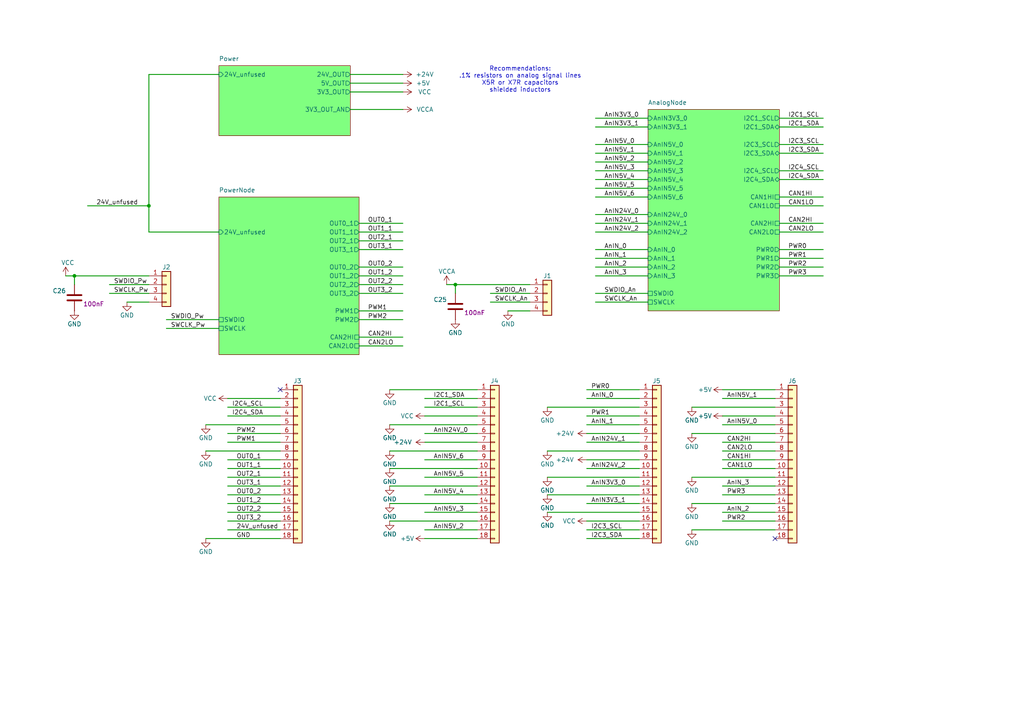
<source format=kicad_sch>
(kicad_sch (version 20231120) (generator "eeschema") (generator_version "8.0")
  (paper "A4")
  (title_block (title "Main"))
  (lib_symbols
    (symbol "Connector_Generic:Conn_01x04" (pin_names (offset 1.016) hide)
      (property "Reference" "J" (at 0 5.08 0))
      (property "Value" "Conn_01x04" (at 0 -7.62 0))
      (symbol "Conn_01x04_1_1"
        (rectangle (start -1.27 -4.953) (end 0 -5.207) (stroke (width 0.1524)))
        (rectangle (start -1.27 -2.413) (end 0 -2.667) (stroke (width 0.1524)))
        (rectangle (start -1.27 0.127) (end 0 -0.127) (stroke (width 0.1524)))
        (rectangle (start -1.27 2.667) (end 0 2.413) (stroke (width 0.1524)))
        (rectangle (start -1.27 3.81) (end 1.27 -6.35) (stroke (width 0.254)) (fill (type background)))
        (pin passive line (at -5.08 2.54 0) (length 3.81) (name "Pin_1") (number "1"))
        (pin passive line (at -5.08 0 0) (length 3.81) (name "Pin_2") (number "2"))
        (pin passive line (at -5.08 -2.54 0) (length 3.81) (name "Pin_3") (number "3"))
        (pin passive line (at -5.08 -5.08 0) (length 3.81) (name "Pin_4") (number "4"))
      )
    )
    (symbol "Connector_Generic:Conn_01x18" (pin_names (offset 1.016) hide)
      (property "Reference" "J" (at 0 22.86 0))
      (property "Value" "Conn_01x18" (at 0 -25.4 0))
      (symbol "Conn_01x18_1_1"
        (rectangle (start -1.27 -22.733) (end 0 -22.987) (stroke (width 0.1524)))
        (rectangle (start -1.27 -20.193) (end 0 -20.447) (stroke (width 0.1524)))
        (rectangle (start -1.27 -17.653) (end 0 -17.907) (stroke (width 0.1524)))
        (rectangle (start -1.27 -15.113) (end 0 -15.367) (stroke (width 0.1524)))
        (rectangle (start -1.27 -12.573) (end 0 -12.827) (stroke (width 0.1524)))
        (rectangle (start -1.27 -10.033) (end 0 -10.287) (stroke (width 0.1524)))
        (rectangle (start -1.27 -7.493) (end 0 -7.747) (stroke (width 0.1524)))
        (rectangle (start -1.27 -4.953) (end 0 -5.207) (stroke (width 0.1524)))
        (rectangle (start -1.27 -2.413) (end 0 -2.667) (stroke (width 0.1524)))
        (rectangle (start -1.27 0.127) (end 0 -0.127) (stroke (width 0.1524)))
        (rectangle (start -1.27 2.667) (end 0 2.413) (stroke (width 0.1524)))
        (rectangle (start -1.27 5.207) (end 0 4.953) (stroke (width 0.1524)))
        (rectangle (start -1.27 7.747) (end 0 7.493) (stroke (width 0.1524)))
        (rectangle (start -1.27 10.287) (end 0 10.033) (stroke (width 0.1524)))
        (rectangle (start -1.27 12.827) (end 0 12.573) (stroke (width 0.1524)))
        (rectangle (start -1.27 15.367) (end 0 15.113) (stroke (width 0.1524)))
        (rectangle (start -1.27 17.907) (end 0 17.653) (stroke (width 0.1524)))
        (rectangle (start -1.27 20.447) (end 0 20.193) (stroke (width 0.1524)))
        (rectangle (start -1.27 21.59) (end 1.27 -24.13) (stroke (width 0.254)) (fill (type background)))
        (pin passive line (at -5.08 20.32 0) (length 3.81) (name "Pin_1") (number "1"))
        (pin passive line (at -5.08 -2.54 0) (length 3.81) (name "Pin_10") (number "10"))
        (pin passive line (at -5.08 -5.08 0) (length 3.81) (name "Pin_11") (number "11"))
        (pin passive line (at -5.08 -7.62 0) (length 3.81) (name "Pin_12") (number "12"))
        (pin passive line (at -5.08 -10.16 0) (length 3.81) (name "Pin_13") (number "13"))
        (pin passive line (at -5.08 -12.7 0) (length 3.81) (name "Pin_14") (number "14"))
        (pin passive line (at -5.08 -15.24 0) (length 3.81) (name "Pin_15") (number "15"))
        (pin passive line (at -5.08 -17.78 0) (length 3.81) (name "Pin_16") (number "16"))
        (pin passive line (at -5.08 -20.32 0) (length 3.81) (name "Pin_17") (number "17"))
        (pin passive line (at -5.08 -22.86 0) (length 3.81) (name "Pin_18") (number "18"))
        (pin passive line (at -5.08 17.78 0) (length 3.81) (name "Pin_2") (number "2"))
        (pin passive line (at -5.08 15.24 0) (length 3.81) (name "Pin_3") (number "3"))
        (pin passive line (at -5.08 12.7 0) (length 3.81) (name "Pin_4") (number "4"))
        (pin passive line (at -5.08 10.16 0) (length 3.81) (name "Pin_5") (number "5"))
        (pin passive line (at -5.08 7.62 0) (length 3.81) (name "Pin_6") (number "6"))
        (pin passive line (at -5.08 5.08 0) (length 3.81) (name "Pin_7") (number "7"))
        (pin passive line (at -5.08 2.54 0) (length 3.81) (name "Pin_8") (number "8"))
        (pin passive line (at -5.08 0 0) (length 3.81) (name "Pin_9") (number "9"))
      )
    )
    (symbol "Device:C" (pin_numbers hide) (pin_names (offset 0.254))
      (property "Reference" "C" (at 0.635 2.54 0))
      (property "Value" "C" (at 0.635 -2.54 0))
      (symbol "C_0_1"
        (polyline (pts (xy -2.032 -0.762) (xy 2.032 -0.762)) (stroke (width 0.508)))
        (polyline (pts (xy -2.032 0.762) (xy 2.032 0.762)) (stroke (width 0.508)))
      )
      (symbol "C_1_1"
        (pin passive line (at 0 3.81 270) (length 2.794) (name "~") (number "1"))
        (pin passive line (at 0 -3.81 90) (length 2.794) (name "~") (number "2"))
      )
    )
    (symbol "VCC_1" (power) (pin_numbers hide) (pin_names (offset 0) hide)
      (property "Value" "VCC" (at 0 3.556 0))
      (symbol "VCC_1_0_1"
        (polyline (pts (xy -0.762 1.27) (xy 0 2.54)))
        (polyline (pts (xy 0 0) (xy 0 2.54)))
        (polyline (pts (xy 0 2.54) (xy 0.762 1.27)))
      )
      (symbol "VCC_1_1_1"
        (pin power_in line (at 0 0 90) (length 0) (name "~") (number "1"))
      )
    )
    (symbol "VCC_2" (power) (pin_numbers hide) (pin_names (offset 0) hide)
      (property "Value" "VCC" (at 0 3.556 0))
      (symbol "VCC_2_0_1"
        (polyline (pts (xy -0.762 1.27) (xy 0 2.54)))
        (polyline (pts (xy 0 0) (xy 0 2.54)))
        (polyline (pts (xy 0 2.54) (xy 0.762 1.27)))
      )
      (symbol "VCC_2_1_1"
        (pin power_in line (at 0 0 90) (length 0) (name "~") (number "1"))
      )
    )
    (symbol "VCC_3" (power) (pin_numbers hide) (pin_names (offset 0) hide)
      (property "Value" "VCC" (at 0 3.556 0))
      (symbol "VCC_3_0_1"
        (polyline (pts (xy -0.762 1.27) (xy 0 2.54)))
        (polyline (pts (xy 0 0) (xy 0 2.54)))
        (polyline (pts (xy 0 2.54) (xy 0.762 1.27)))
      )
      (symbol "VCC_3_1_1"
        (pin power_in line (at 0 0 90) (length 0) (name "~") (number "1"))
      )
    )
    (symbol "VCC_4" (power) (pin_numbers hide) (pin_names (offset 0) hide)
      (property "Value" "VCC" (at 0 3.556 0))
      (symbol "VCC_4_0_1"
        (polyline (pts (xy -0.762 1.27) (xy 0 2.54)))
        (polyline (pts (xy 0 0) (xy 0 2.54)))
        (polyline (pts (xy 0 2.54) (xy 0.762 1.27)))
      )
      (symbol "VCC_4_1_1"
        (pin power_in line (at 0 0 90) (length 0) (name "~") (number "1"))
      )
    )
    (symbol "VCC_5" (power) (pin_numbers hide) (pin_names (offset 0) hide)
      (property "Value" "VCC" (at 0 3.556 0))
      (symbol "VCC_5_0_1"
        (polyline (pts (xy -0.762 1.27) (xy 0 2.54)))
        (polyline (pts (xy 0 0) (xy 0 2.54)))
        (polyline (pts (xy 0 2.54) (xy 0.762 1.27)))
      )
      (symbol "VCC_5_1_1"
        (pin power_in line (at 0 0 90) (length 0) (name "~") (number "1"))
      )
    )
    (symbol "power:+24V" (power) (pin_numbers hide) (pin_names (offset 0) hide)
      (property "Value" "+24V" (at 0 3.556 0))
      (symbol "+24V_0_1"
        (polyline (pts (xy -0.762 1.27) (xy 0 2.54)))
        (polyline (pts (xy 0 0) (xy 0 2.54)))
        (polyline (pts (xy 0 2.54) (xy 0.762 1.27)))
      )
      (symbol "+24V_1_1"
        (pin power_in line (at 0 0 90) (length 0) (name "~") (number "1"))
      )
    )
    (symbol "power:+5V" (power) (pin_numbers hide) (pin_names (offset 0) hide)
      (property "Value" "+5V" (at 0 3.556 0))
      (symbol "+5V_0_1"
        (polyline (pts (xy -0.762 1.27) (xy 0 2.54)))
        (polyline (pts (xy 0 0) (xy 0 2.54)))
        (polyline (pts (xy 0 2.54) (xy 0.762 1.27)))
      )
      (symbol "+5V_1_1"
        (pin power_in line (at 0 0 90) (length 0) (name "~") (number "1"))
      )
    )
    (symbol "power:GND" (power) (pin_numbers hide) (pin_names (offset 0) hide)
      (property "Value" "GND" (at 0 -3.81 0))
      (symbol "GND_0_1"
        (polyline (pts (xy 0 0) (xy 0 -1.27) (xy 1.27 -1.27) (xy 0 -2.54) (xy -1.27 -1.27) (xy 0 -1.27)))
      )
      (symbol "GND_1_1"
        (pin power_in line (at 0 0 270) (length 0) (name "~") (number "1"))
      )
    )
    (symbol "power:VCC" (power) (pin_numbers hide) (pin_names (offset 0) hide)
      (property "Value" "VCC" (at 0 3.556 0))
      (symbol "VCC_0_1"
        (polyline (pts (xy -0.762 1.27) (xy 0 2.54)))
        (polyline (pts (xy 0 0) (xy 0 2.54)))
        (polyline (pts (xy 0 2.54) (xy 0.762 1.27)))
      )
      (symbol "VCC_1_1"
        (pin power_in line (at 0 0 90) (length 0) (name "~") (number "1"))
      )
    )
  )
  (junction (at 21.59 80.01))
  (junction (at 43.18 59.69))
  (junction (at 132.08 82.55))
  (no_connect (at 81.28 113.03))
  (no_connect (at 224.79 156.21))
  (wire (pts (xy 116.84 64.77) (xy 104.14 64.77)) (stroke (width 0.254)))
  (wire (pts (xy 21.59 80.01) (xy 43.18 80.01)) (stroke (width 0.254)))
  (wire (pts (xy 185.42 133.35) (xy 170.18 133.35)) (stroke (width 0.254)))
  (wire (pts (xy 170.18 151.13) (xy 185.42 151.13)) (stroke (width 0.254)))
  (wire (pts (xy 187.96 72.39) (xy 172.72 72.39)) (stroke (width 0.254)))
  (wire (pts (xy 66.04 143.51) (xy 81.28 143.51)) (stroke (width 0.254)))
  (wire (pts (xy 104.14 97.79) (xy 116.84 97.79)) (stroke (width 0.254)))
  (wire (pts (xy 116.84 72.39) (xy 104.14 72.39)) (stroke (width 0.254)))
  (wire (pts (xy 209.55 140.97) (xy 224.79 140.97)) (stroke (width 0.254)))
  (wire (pts (xy 200.66 125.73) (xy 224.79 125.73)) (stroke (width 0.254)))
  (wire (pts (xy 59.69 123.19) (xy 81.28 123.19)) (stroke (width 0.254)))
  (wire (pts (xy 187.96 80.01) (xy 172.72 80.01)) (stroke (width 0.254)))
  (wire (pts (xy 185.42 146.05) (xy 170.18 146.05)) (stroke (width 0.254)))
  (wire (pts (xy 187.96 36.83) (xy 172.72 36.83)) (stroke (width 0.254)))
  (wire (pts (xy 116.84 69.85) (xy 104.14 69.85)) (stroke (width 0.254)))
  (wire (pts (xy 187.96 64.77) (xy 172.72 64.77)) (stroke (width 0.254)))
  (wire (pts (xy 226.06 36.83) (xy 238.76 36.83)) (stroke (width 0.254)))
  (wire (pts (xy 19.05 80.01) (xy 21.59 80.01)) (stroke (width 0.254)))
  (wire (pts (xy 63.5 67.31) (xy 43.18 67.31)) (stroke (width 0.254)))
  (wire (pts (xy 116.84 80.01) (xy 104.14 80.01)) (stroke (width 0.254)))
  (wire (pts (xy 66.04 151.13) (xy 81.28 151.13)) (stroke (width 0.254)))
  (wire (pts (xy 224.79 135.89) (xy 209.55 135.89)) (stroke (width 0.254)))
  (wire (pts (xy 142.24 85.09) (xy 153.67 85.09)) (stroke (width 0.254)))
  (wire (pts (xy 238.76 80.01) (xy 226.06 80.01)) (stroke (width 0.254)))
  (wire (pts (xy 81.28 118.11) (xy 66.04 118.11)) (stroke (width 0.254)))
  (wire (pts (xy 66.04 115.57) (xy 81.28 115.57)) (stroke (width 0.254)))
  (wire (pts (xy 116.84 67.31) (xy 104.14 67.31)) (stroke (width 0.254)))
  (wire (pts (xy 226.06 64.77) (xy 238.76 64.77)) (stroke (width 0.254)))
  (wire (pts (xy 226.06 59.69) (xy 238.76 59.69)) (stroke (width 0.254)))
  (wire (pts (xy 238.76 72.39) (xy 226.06 72.39)) (stroke (width 0.254)))
  (wire (pts (xy 31.75 85.09) (xy 43.18 85.09)) (stroke (width 0.254)))
  (wire (pts (xy 226.06 34.29) (xy 238.76 34.29)) (stroke (width 0.254)))
  (wire (pts (xy 185.42 115.57) (xy 170.18 115.57)) (stroke (width 0.254)))
  (wire (pts (xy 238.76 77.47) (xy 226.06 77.47)) (stroke (width 0.254)))
  (wire (pts (xy 123.19 153.67) (xy 138.43 153.67)) (stroke (width 0.254)))
  (wire (pts (xy 185.42 113.03) (xy 170.18 113.03)) (stroke (width 0.254)))
  (wire (pts (xy 187.96 52.07) (xy 172.72 52.07)) (stroke (width 0.254)))
  (wire (pts (xy 123.19 115.57) (xy 138.43 115.57)) (stroke (width 0.254)))
  (wire (pts (xy 104.14 100.33) (xy 116.84 100.33)) (stroke (width 0.254)))
  (wire (pts (xy 132.08 85.09) (xy 132.08 82.55)) (stroke (width 0.254)))
  (wire (pts (xy 209.55 151.13) (xy 224.79 151.13)) (stroke (width 0.254)))
  (wire (pts (xy 101.6 26.67) (xy 116.84 26.67)) (stroke (width 0.254)))
  (wire (pts (xy 187.96 34.29) (xy 172.72 34.29)) (stroke (width 0.254)))
  (wire (pts (xy 185.42 153.67) (xy 170.18 153.67)) (stroke (width 0.254)))
  (wire (pts (xy 113.03 135.89) (xy 138.43 135.89)) (stroke (width 0.254)))
  (wire (pts (xy 185.42 120.65) (xy 170.18 120.65)) (stroke (width 0.254)))
  (wire (pts (xy 226.06 67.31) (xy 238.76 67.31)) (stroke (width 0.254)))
  (wire (pts (xy 43.18 59.69) (xy 25.4 59.69)) (stroke (width 0.254)))
  (wire (pts (xy 185.42 156.21) (xy 170.18 156.21)) (stroke (width 0.254)))
  (wire (pts (xy 101.6 24.13) (xy 116.84 24.13)) (stroke (width 0.254)))
  (wire (pts (xy 187.96 49.53) (xy 172.72 49.53)) (stroke (width 0.254)))
  (wire (pts (xy 200.66 146.05) (xy 224.79 146.05)) (stroke (width 0.254)))
  (wire (pts (xy 224.79 115.57) (xy 209.55 115.57)) (stroke (width 0.254)))
  (wire (pts (xy 101.6 21.59) (xy 116.84 21.59)) (stroke (width 0.254)))
  (wire (pts (xy 209.55 133.35) (xy 224.79 133.35)) (stroke (width 0.254)))
  (wire (pts (xy 43.18 87.63) (xy 36.83 87.63)) (stroke (width 0.254)))
  (wire (pts (xy 138.43 133.35) (xy 123.19 133.35)) (stroke (width 0.254)))
  (wire (pts (xy 66.04 128.27) (xy 81.28 128.27)) (stroke (width 0.254)))
  (wire (pts (xy 123.19 125.73) (xy 138.43 125.73)) (stroke (width 0.254)))
  (wire (pts (xy 66.04 148.59) (xy 81.28 148.59)) (stroke (width 0.254)))
  (wire (pts (xy 48.26 95.25) (xy 63.5 95.25)) (stroke (width 0.254)))
  (wire (pts (xy 116.84 85.09) (xy 104.14 85.09)) (stroke (width 0.254)))
  (wire (pts (xy 123.19 156.21) (xy 138.43 156.21)) (stroke (width 0.254)))
  (wire (pts (xy 200.66 153.67) (xy 224.79 153.67)) (stroke (width 0.254)))
  (wire (pts (xy 59.69 130.81) (xy 81.28 130.81)) (stroke (width 0.254)))
  (wire (pts (xy 48.26 92.71) (xy 63.5 92.71)) (stroke (width 0.254)))
  (wire (pts (xy 116.84 77.47) (xy 104.14 77.47)) (stroke (width 0.254)))
  (wire (pts (xy 187.96 77.47) (xy 172.72 77.47)) (stroke (width 0.254)))
  (wire (pts (xy 123.19 120.65) (xy 138.43 120.65)) (stroke (width 0.254)))
  (wire (pts (xy 63.5 21.59) (xy 43.18 21.59)) (stroke (width 0.254)))
  (wire (pts (xy 158.75 130.81) (xy 185.42 130.81)) (stroke (width 0.254)))
  (wire (pts (xy 113.03 146.05) (xy 138.43 146.05)) (stroke (width 0.254)))
  (wire (pts (xy 172.72 44.45) (xy 187.96 44.45)) (stroke (width 0.254)))
  (wire (pts (xy 226.06 52.07) (xy 238.76 52.07)) (stroke (width 0.254)))
  (wire (pts (xy 81.28 125.73) (xy 66.04 125.73)) (stroke (width 0.254)))
  (wire (pts (xy 66.04 120.65) (xy 81.28 120.65)) (stroke (width 0.254)))
  (wire (pts (xy 59.69 156.21) (xy 81.28 156.21)) (stroke (width 0.254)))
  (wire (pts (xy 158.75 148.59) (xy 185.42 148.59)) (stroke (width 0.254)))
  (wire (pts (xy 142.24 87.63) (xy 153.67 87.63)) (stroke (width 0.254)))
  (wire (pts (xy 172.72 85.09) (xy 187.96 85.09)) (stroke (width 0.254)))
  (wire (pts (xy 200.66 118.11) (xy 224.79 118.11)) (stroke (width 0.254)))
  (wire (pts (xy 185.42 125.73) (xy 170.18 125.73)) (stroke (width 0.254)))
  (wire (pts (xy 158.75 143.51) (xy 185.42 143.51)) (stroke (width 0.254)))
  (wire (pts (xy 187.96 62.23) (xy 172.72 62.23)) (stroke (width 0.254)))
  (wire (pts (xy 116.84 92.71) (xy 104.14 92.71)) (stroke (width 0.254)))
  (wire (pts (xy 187.96 46.99) (xy 172.72 46.99)) (stroke (width 0.254)))
  (wire (pts (xy 66.04 135.89) (xy 81.28 135.89)) (stroke (width 0.254)))
  (wire (pts (xy 66.04 133.35) (xy 81.28 133.35)) (stroke (width 0.254)))
  (wire (pts (xy 66.04 138.43) (xy 81.28 138.43)) (stroke (width 0.254)))
  (wire (pts (xy 153.67 90.17) (xy 147.32 90.17)) (stroke (width 0.254)))
  (wire (pts (xy 187.96 74.93) (xy 172.72 74.93)) (stroke (width 0.254)))
  (wire (pts (xy 116.84 90.17) (xy 104.14 90.17)) (stroke (width 0.254)))
  (wire (pts (xy 123.19 148.59) (xy 138.43 148.59)) (stroke (width 0.254)))
  (wire (pts (xy 224.79 113.03) (xy 209.55 113.03)) (stroke (width 0.254)))
  (wire (pts (xy 187.96 67.31) (xy 172.72 67.31)) (stroke (width 0.254)))
  (wire (pts (xy 170.18 123.19) (xy 185.42 123.19)) (stroke (width 0.254)))
  (wire (pts (xy 209.55 143.51) (xy 224.79 143.51)) (stroke (width 0.254)))
  (wire (pts (xy 238.76 74.93) (xy 226.06 74.93)) (stroke (width 0.254)))
  (wire (pts (xy 209.55 130.81) (xy 224.79 130.81)) (stroke (width 0.254)))
  (wire (pts (xy 209.55 123.19) (xy 224.79 123.19)) (stroke (width 0.254)))
  (wire (pts (xy 129.54 82.55) (xy 132.08 82.55)) (stroke (width 0.254)))
  (wire (pts (xy 187.96 41.91) (xy 172.72 41.91)) (stroke (width 0.254)))
  (wire (pts (xy 113.03 123.19) (xy 138.43 123.19)) (stroke (width 0.254)))
  (wire (pts (xy 66.04 153.67) (xy 81.28 153.67)) (stroke (width 0.254)))
  (wire (pts (xy 123.19 118.11) (xy 138.43 118.11)) (stroke (width 0.254)))
  (wire (pts (xy 200.66 138.43) (xy 224.79 138.43)) (stroke (width 0.254)))
  (wire (pts (xy 66.04 146.05) (xy 81.28 146.05)) (stroke (width 0.254)))
  (wire (pts (xy 116.84 82.55) (xy 104.14 82.55)) (stroke (width 0.254)))
  (wire (pts (xy 158.75 138.43) (xy 185.42 138.43)) (stroke (width 0.254)))
  (wire (pts (xy 170.18 140.97) (xy 185.42 140.97)) (stroke (width 0.254)))
  (wire (pts (xy 113.03 130.81) (xy 138.43 130.81)) (stroke (width 0.254)))
  (wire (pts (xy 113.03 113.03) (xy 138.43 113.03)) (stroke (width 0.254)))
  (wire (pts (xy 158.75 118.11) (xy 185.42 118.11)) (stroke (width 0.254)))
  (wire (pts (xy 187.96 54.61) (xy 172.72 54.61)) (stroke (width 0.254)))
  (wire (pts (xy 132.08 82.55) (xy 153.67 82.55)) (stroke (width 0.254)))
  (wire (pts (xy 226.06 57.15) (xy 238.76 57.15)) (stroke (width 0.254)))
  (wire (pts (xy 21.59 82.55) (xy 21.59 80.01)) (stroke (width 0.254)))
  (wire (pts (xy 113.03 151.13) (xy 138.43 151.13)) (stroke (width 0.254)))
  (wire (pts (xy 185.42 128.27) (xy 170.18 128.27)) (stroke (width 0.254)))
  (wire (pts (xy 172.72 87.63) (xy 187.96 87.63)) (stroke (width 0.254)))
  (wire (pts (xy 209.55 128.27) (xy 224.79 128.27)) (stroke (width 0.254)))
  (wire (pts (xy 226.06 41.91) (xy 238.76 41.91)) (stroke (width 0.254)))
  (wire (pts (xy 185.42 135.89) (xy 170.18 135.89)) (stroke (width 0.254)))
  (wire (pts (xy 226.06 44.45) (xy 238.76 44.45)) (stroke (width 0.254)))
  (wire (pts (xy 209.55 148.59) (xy 224.79 148.59)) (stroke (width 0.254)))
  (wire (pts (xy 187.96 57.15) (xy 172.72 57.15)) (stroke (width 0.254)))
  (wire (pts (xy 66.04 140.97) (xy 81.28 140.97)) (stroke (width 0.254)))
  (wire (pts (xy 113.03 140.97) (xy 138.43 140.97)) (stroke (width 0.254)))
  (wire (pts (xy 123.19 138.43) (xy 138.43 138.43)) (stroke (width 0.254)))
  (wire (pts (xy 226.06 49.53) (xy 238.76 49.53)) (stroke (width 0.254)))
  (wire (pts (xy 123.19 128.27) (xy 138.43 128.27)) (stroke (width 0.254)))
  (wire (pts (xy 101.6 31.75) (xy 116.84 31.75)) (stroke (width 0.254)))
  (wire (pts (xy 209.55 120.65) (xy 224.79 120.65)) (stroke (width 0.254)))
  (wire (pts (xy 43.18 67.31) (xy 43.18 59.69)) (stroke (width 0.254)))
  (wire (pts (xy 31.75 82.55) (xy 43.18 82.55)) (stroke (width 0.254)))
  (wire (pts (xy 43.18 21.59) (xy 43.18 59.69)) (stroke (width 0.254)))
  (wire (pts (xy 123.19 143.51) (xy 138.43 143.51)) (stroke (width 0.254)))
  (text "Recommendations:\n.1% resistors on analog signal lines\nX5R or X7R capacitors\nshielded inductors" (at 150.876 23.114 0) (effects (font (size 1.27 1.27))))
  (text "${REVISION}" (at 283.21 189.23 0) (effects (font (size 1.27 1.27)) (justify left bottom)))
  (label "AnIN24V_0" (at 125.73 125.73 0))
  (label "AnIN5V_1" (at 175.26 44.45 0))
  (label "OUT3_2" (at 106.68 85.09 0))
  (label "AnIN_2" (at 175.26 77.47 0))
  (label "OUT0_1" (at 68.58 133.35 0))
  (label "AnIN5V_0" (at 175.26 41.91 0))
  (label "AnIN24V_0" (at 175.26 62.23 0))
  (label "CAN1HI" (at 228.6 57.15 0))
  (label "AnIN24V_1" (at 171.45 128.27 0))
  (label "AnIN5V_2" (at 125.73 153.67 0))
  (label "I2C3_SDA" (at 228.6 44.45 0))
  (label "OUT1_2" (at 106.68 80.01 0))
  (label "AnIN5V_5" (at 125.73 138.43 0))
  (label "SWDIO_Pw" (at 33.02 82.55 0))
  (label "CAN2HI" (at 106.68 97.79 0))
  (label "I2C4_SCL" (at 228.6 49.53 0))
  (label "AnIN5V_1" (at 210.82 115.57 0))
  (label "PWM1" (at 106.68 90.17 0))
  (label "I2C1_SCL" (at 125.73 118.11 0))
  (label "CAN2LO" (at 210.82 130.81 0))
  (label "AnIN_3" (at 175.26 80.01 0))
  (label "I2C1_SDA" (at 228.6 36.83 0))
  (label "CAN1HI" (at 210.82 133.35 0))
  (label "AnIN3V3_0" (at 171.45 140.97 0))
  (label "AnIN5V_4" (at 125.73 143.51 0))
  (label "AnIN3V3_1" (at 171.45 146.05 0))
  (label "I2C3_SCL" (at 171.45 153.67 0))
  (label "CAN1LO" (at 228.6 59.69 0))
  (label "OUT2_1" (at 68.58 138.43 0))
  (label "SWDIO_An" (at 175.26 85.09 0))
  (label "OUT1_1" (at 68.58 135.89 0))
  (label "I2C3_SDA" (at 171.45 156.21 0))
  (label "AnIN_0" (at 171.45 115.57 0))
  (label "I2C3_SCL" (at 228.6 41.91 0))
  (label "PWR3" (at 210.82 143.51 0))
  (label "PWR0" (at 228.6 72.39 0))
  (label "SWDIO_An" (at 143.51 85.09 0))
  (label "CAN2LO" (at 228.6 67.31 0))
  (label "SWDIO_Pw" (at 49.53 92.71 0))
  (label "PWR3" (at 228.6 80.01 0))
  (label "AnIN5V_0" (at 210.82 123.19 0))
  (label "SWCLK_An" (at 143.51 87.63 0))
  (label "AnIN3V3_1" (at 175.26 36.83 0))
  (label "PWR1" (at 171.45 120.65 0))
  (label "I2C4_SDA" (at 228.6 52.07 0))
  (label "PWM2" (at 106.68 92.71 0))
  (label "CAN2HI" (at 210.82 128.27 0))
  (label "AnIN_1" (at 175.26 74.93 0))
  (label "SWCLK_An" (at 175.26 87.63 0))
  (label "AnIN5V_3" (at 175.26 49.53 0))
  (label "CAN2HI" (at 228.6 64.77 0))
  (label "PWR2" (at 210.82 151.13 0))
  (label "SWCLK_Pw" (at 49.53 95.25 0))
  (label "AnIN_2" (at 210.82 148.59 0))
  (label "OUT2_1" (at 106.68 69.85 0))
  (label "OUT3_1" (at 106.68 72.39 0))
  (label "OUT3_2" (at 68.58 151.13 0))
  (label "24V_unfused" (at 68.58 153.67 0))
  (label "24V_unfused" (at 27.94 59.69 0))
  (label "AnIN24V_2" (at 171.45 135.89 0))
  (label "AnIN3V3_0" (at 175.26 34.29 0))
  (label "I2C4_SDA" (at 67.31 120.65 0))
  (label "PWR2" (at 228.6 77.47 0))
  (label "OUT0_2" (at 68.58 143.51 0))
  (label "AnIN5V_3" (at 125.73 148.59 0))
  (label "AnIN24V_1" (at 175.26 64.77 0))
  (label "PWR1" (at 228.6 74.93 0))
  (label "AnIN5V_6" (at 125.73 133.35 0))
  (label "AnIN5V_5" (at 175.26 54.61 0))
  (label "SWCLK_Pw" (at 33.02 85.09 0))
  (label "CAN1LO" (at 210.82 135.89 0))
  (label "PWM1" (at 68.58 128.27 0))
  (label "OUT2_2" (at 106.68 82.55 0))
  (label "CAN2LO" (at 106.68 100.33 0))
  (label "GND" (at 68.58 156.21 0))
  (label "OUT1_1" (at 106.68 67.31 0))
  (label "OUT1_2" (at 68.58 146.05 0))
  (label "I2C1_SCL" (at 228.6 34.29 0))
  (label "I2C4_SCL" (at 67.31 118.11 0))
  (label "PWR0" (at 171.45 113.03 0))
  (label "AnIN5V_4" (at 175.26 52.07 0))
  (label "PWM2" (at 68.58 125.73 0))
  (label "OUT2_2" (at 68.58 148.59 0))
  (label "I2C1_SDA" (at 125.73 115.57 0))
  (label "OUT3_1" (at 68.58 140.97 0))
  (label "AnIN_3" (at 210.82 140.97 0))
  (label "AnIN5V_6" (at 175.26 57.15 0))
  (label "OUT0_1" (at 106.68 64.77 0))
  (label "AnIN5V_2" (at 175.26 46.99 0))
  (label "AnIN_1" (at 171.45 123.19 0))
  (label "OUT0_2" (at 106.68 77.47 0))
  (label "AnIN_0" (at 175.26 72.39 0))
  (label "AnIN24V_2" (at 175.26 67.31 0))
  (symbol (lib_id "Device:C") (at 132.08 88.9 0) (unit 1)
    (property "Reference" "C25" (at 125.73 87.63 0) (effects (justify left bottom)))
    (property "Value" "100nF" (effects (hide yes)))
    (property "Footprint" "Capacitor_SMD:C_0805_2012Metric_Pad1.18x1.45mm_HandSolder" (effects (hide yes)))
    (property "Description" "08055C104KAT4A" (effects (hide yes)))
    (property "HEIGHT" "0.94mm" (effects (hide yes)))
    (property "ALTIUM_VALUE" "100nF" (at 134.62 91.44 0) (effects (justify left bottom)))
    (property "CAPACITOR TYPE" "Ceramic" (effects (hide yes)))
    (property "CASE/PACKAGE" "0805" (effects (hide yes)))
    (property "DIELECTRIC MATERIAL" "Ceramic" (effects (hide yes)))
    (property "JESD-609 CODE" "e3" (effects (hide yes)))
    (property "LENGTH" "2.01mm" (effects (hide yes)))
    (property "MAX OPERATING TEMPERATURE" "125°C" (effects (hide yes)))
    (property "MIN OPERATING TEMPERATURE" "-55°C" (effects (hide yes)))
    (property "MOUNTING TECHNOLOGY" "Surface Mount" (effects (hide yes)))
    (property "MULTILAYER" "Yes" (effects (hide yes)))
    (property "PACKAGE SHAPE" "Rectangular" (effects (hide yes)))
    (property "PACKAGE STYLE" "SMTMeter" (effects (hide yes)))
    (property "PACKAGING" "Tape and Reel" (effects (hide yes)))
    (property "PINS" "2" (effects (hide yes)))
    (property "RATED DC VOLTAGE (URDC)" "50V" (effects (hide yes)))
    (property "REACH SVHC COMPLIANT" "Yes" (effects (hide yes)))
    (property "ROHS COMPLIANT" "Yes" (effects (hide yes)))
    (property "TEMPERATURE CHARACTERISTICS CODE" "X7R" (effects (hide yes)))
    (property "TERMINAL FINISH" "Nickel" (effects (hide yes)))
    (property "TERMINATION" "Wraparound" (effects (hide yes)))
    (property "TOLERANCE  (FILL IN AS +-)" "10%" (effects (hide yes)))
    (property "TOLERANCE (FILL IN AS +-)" "10%" (effects (hide yes)))
    (property "WIDTH" "1.25mm" (effects (hide yes)))
  )
  (symbol (lib_id "power:VCC") (at 116.84 31.75 270) (unit 1)
    (property "Reference" "#PWR0159" (effects (hide yes)))
    (property "Value" "VCCA" (at 125.73 31.75 90) (effects (justify right)))
    (property "Description" "Power symbol creates a global label with name \"VCC\"" (effects (hide yes)))
  )
  (symbol (lib_id "power:+5V") (at 209.55 113.03 90) (unit 1)
    (property "Reference" "#PWR06" (effects (hide yes)))
    (property "Value" "+5V" (at 204.47 113.03 90))
    (property "Description" "Power symbol creates a global label with name \"+5V\"" (effects (hide yes)))
  )
  (symbol (lib_id "power:GND") (at 113.03 151.13 0) (mirror y) (unit 1)
    (property "Reference" "#PWR0108" (effects (hide yes)))
    (property "Value" "GND" (at 113.03 154.94 0))
    (property "Description" "Power symbol creates a global label with name \"GND\" , ground" (effects (hide yes)))
  )
  (symbol (lib_id "power:GND") (at 21.59 90.17 0) (unit 1)
    (property "Reference" "#PWR08" (effects (hide yes)))
    (property "Value" "GND" (at 21.59 93.98 0))
    (property "Description" "Power symbol creates a global label with name \"GND\" , ground" (effects (hide yes)))
  )
  (symbol (lib_id "power:GND") (at 200.66 125.73 0) (unit 1)
    (property "Reference" "#PWR018" (effects (hide yes)))
    (property "Value" "GND" (at 200.66 129.54 0))
    (property "Description" "Power symbol creates a global label with name \"GND\" , ground" (effects (hide yes)))
  )
  (symbol (lib_name "VCC_5") (lib_id "power:VCC") (at 19.05 80.01 0) (unit 1)
    (property "Reference" "#PWR05" (effects (hide yes)))
    (property "Value" "VCC" (at 21.59 76.2 0) (effects (justify right)))
    (property "Description" "Power symbol creates a global label with name \"VCC\"" (effects (hide yes)))
  )
  (symbol (lib_id "power:VCC") (at 129.54 82.55 0) (unit 1)
    (property "Reference" "#PWR03" (effects (hide yes)))
    (property "Value" "VCCA" (at 132.08 78.74 0) (effects (justify right)))
    (property "Description" "Power symbol creates a global label with name \"VCC\"" (effects (hide yes)))
  )
  (symbol (lib_id "power:+24V") (at 170.18 125.73 90) (unit 1)
    (property "Reference" "#PWR041" (effects (hide yes)))
    (property "Value" "+24V" (at 163.83 125.73 90))
    (property "Description" "Power symbol creates a global label with name \"+24V\"" (effects (hide yes)))
  )
  (symbol (lib_id "power:GND") (at 200.66 118.11 0) (unit 1)
    (property "Reference" "#PWR020" (effects (hide yes)))
    (property "Value" "GND" (at 200.66 121.92 0))
    (property "Description" "Power symbol creates a global label with name \"GND\" , ground" (effects (hide yes)))
  )
  (symbol (lib_id "power:GND") (at 158.75 148.59 0) (unit 1)
    (property "Reference" "#PWR030" (effects (hide yes)))
    (property "Value" "GND" (at 158.75 152.4 0))
    (property "Description" "Power symbol creates a global label with name \"GND\" , ground" (effects (hide yes)))
  )
  (symbol (lib_id "power:GND") (at 158.75 138.43 0) (unit 1)
    (property "Reference" "#PWR038" (effects (hide yes)))
    (property "Value" "GND" (at 158.75 142.24 0))
    (property "Description" "Power symbol creates a global label with name \"GND\" , ground" (effects (hide yes)))
  )
  (symbol (lib_id "power:GND") (at 200.66 138.43 0) (unit 1)
    (property "Reference" "#PWR021" (effects (hide yes)))
    (property "Value" "GND" (at 200.66 142.24 0))
    (property "Description" "Power symbol creates a global label with name \"GND\" , ground" (effects (hide yes)))
  )
  (symbol (lib_id "power:GND") (at 132.08 92.71 0) (unit 1)
    (property "Reference" "#PWR04" (effects (hide yes)))
    (property "Value" "GND" (at 132.08 96.52 0))
    (property "Description" "Power symbol creates a global label with name \"GND\" , ground" (effects (hide yes)))
  )
  (symbol (lib_id "power:GND") (at 158.75 130.81 0) (unit 1)
    (property "Reference" "#PWR040" (effects (hide yes)))
    (property "Value" "GND" (at 158.75 134.62 0))
    (property "Description" "Power symbol creates a global label with name \"GND\" , ground" (effects (hide yes)))
  )
  (symbol (lib_id "power:GND") (at 59.69 130.81 0) (unit 1)
    (property "Reference" "#PWR026" (effects (hide yes)))
    (property "Value" "GND" (at 59.69 134.62 0))
    (property "Description" "Power symbol creates a global label with name \"GND\" , ground" (effects (hide yes)))
  )
  (symbol (lib_id "Connector_Generic:Conn_01x04") (at 158.75 85.09 0) (unit 1)
    (property "Reference" "J1" (at 158.75 80.01 0))
    (property "Value" "Conn_01x04" (effects (hide yes)))
    (property "Footprint" "Connector_PinSocket_2.54mm:PinSocket_1x04_P2.54mm_Vertical" (effects (hide yes)))
  )
  (symbol (lib_id "Connector_Generic:Conn_01x04") (at 48.26 82.55 0) (unit 1)
    (property "Reference" "J2" (at 48.26 77.47 0))
    (property "Value" "Conn_01x04" (effects (hide yes)))
    (property "Footprint" "Connector_PinSocket_2.54mm:PinSocket_1x04_P2.54mm_Vertical" (effects (hide yes)))
  )
  (symbol (lib_id "Connector_Generic:Conn_01x18") (at 143.51 133.35 0) (unit 1)
    (property "Reference" "J4" (at 142.24 110.49 0) (effects (justify left)))
    (property "Value" "Conn_01x18" (effects (hide yes)))
    (property "Footprint" "Connector_PinHeader_2.54mm:PinHeader_1x18_P2.54mm_Vertical" (effects (hide yes)))
  )
  (symbol (lib_id "power:+5V") (at 116.84 24.13 270) (unit 1)
    (property "Reference" "#PWR046" (effects (hide yes)))
    (property "Value" "+5V" (at 120.65 24.13 90) (effects (justify left)))
    (property "Description" "Power symbol creates a global label with name \"+5V\"" (effects (hide yes)))
  )
  (symbol (lib_name "VCC_2") (lib_id "power:VCC") (at 116.84 26.67 270) (unit 1)
    (property "Reference" "#PWR0161" (effects (hide yes)))
    (property "Value" "VCC" (at 123.19 26.67 90))
    (property "Description" "Power symbol creates a global label with name \"VCC\"" (effects (hide yes)))
  )
  (symbol (lib_id "power:GND") (at 113.03 146.05 0) (mirror y) (unit 1)
    (property "Reference" "#PWR033" (effects (hide yes)))
    (property "Value" "GND" (at 113.03 149.86 0))
    (property "Description" "Power symbol creates a global label with name \"GND\" , ground" (effects (hide yes)))
  )
  (symbol (lib_id "power:GND") (at 113.03 113.03 0) (mirror y) (unit 1)
    (property "Reference" "#PWR025" (effects (hide yes)))
    (property "Value" "GND" (at 113.03 116.84 0))
    (property "Description" "Power symbol creates a global label with name \"GND\" , ground" (effects (hide yes)))
  )
  (symbol (lib_id "power:+5V") (at 123.19 156.21 90) (mirror x) (unit 1)
    (property "Reference" "#PWR01" (effects (hide yes)))
    (property "Value" "+5V" (at 118.11 156.21 90))
    (property "Description" "Power symbol creates a global label with name \"+5V\"" (effects (hide yes)))
  )
  (symbol (lib_name "VCC_1") (lib_id "power:VCC") (at 123.19 120.65 90) (mirror x) (unit 1)
    (property "Reference" "#PWR023" (effects (hide yes)))
    (property "Value" "VCC" (at 118.11 120.65 90))
    (property "Description" "Power symbol creates a global label with name \"VCC\"" (effects (hide yes)))
  )
  (symbol (lib_id "power:GND") (at 113.03 130.81 0) (mirror y) (unit 1)
    (property "Reference" "#PWR035" (effects (hide yes)))
    (property "Value" "GND" (at 113.03 134.62 0))
    (property "Description" "Power symbol creates a global label with name \"GND\" , ground" (effects (hide yes)))
  )
  (symbol (lib_id "power:GND") (at 59.69 123.19 0) (unit 1)
    (property "Reference" "#PWR024" (effects (hide yes)))
    (property "Value" "GND" (at 59.69 127 0))
    (property "Description" "Power symbol creates a global label with name \"GND\" , ground" (effects (hide yes)))
  )
  (symbol (lib_name "VCC_3") (lib_id "power:VCC") (at 170.18 151.13 90) (unit 1)
    (property "Reference" "#PWR027" (effects (hide yes)))
    (property "Value" "VCC" (at 165.1 151.13 90))
    (property "Description" "Power symbol creates a global label with name \"VCC\"" (effects (hide yes)))
  )
  (symbol (lib_id "power:GND") (at 200.66 146.05 0) (unit 1)
    (property "Reference" "#PWR028" (effects (hide yes)))
    (property "Value" "GND" (at 200.66 149.86 0))
    (property "Description" "Power symbol creates a global label with name \"GND\" , ground" (effects (hide yes)))
  )
  (symbol (lib_id "Device:C") (at 21.59 86.36 0) (unit 1)
    (property "Reference" "C26" (at 15.24 85.09 0) (effects (justify left bottom)))
    (property "Value" "100nF" (effects (hide yes)))
    (property "Footprint" "Capacitor_SMD:C_0805_2012Metric_Pad1.18x1.45mm_HandSolder" (effects (hide yes)))
    (property "Description" "08055C104KAT4A" (effects (hide yes)))
    (property "HEIGHT" "0.94mm" (effects (hide yes)))
    (property "ALTIUM_VALUE" "100nF" (at 24.13 88.9 0) (effects (justify left bottom)))
    (property "CAPACITOR TYPE" "Ceramic" (effects (hide yes)))
    (property "CASE/PACKAGE" "0805" (effects (hide yes)))
    (property "DIELECTRIC MATERIAL" "Ceramic" (effects (hide yes)))
    (property "JESD-609 CODE" "e3" (effects (hide yes)))
    (property "LENGTH" "2.01mm" (effects (hide yes)))
    (property "MAX OPERATING TEMPERATURE" "125°C" (effects (hide yes)))
    (property "MIN OPERATING TEMPERATURE" "-55°C" (effects (hide yes)))
    (property "MOUNTING TECHNOLOGY" "Surface Mount" (effects (hide yes)))
    (property "MULTILAYER" "Yes" (effects (hide yes)))
    (property "PACKAGE SHAPE" "Rectangular" (effects (hide yes)))
    (property "PACKAGE STYLE" "SMTMeter" (effects (hide yes)))
    (property "PACKAGING" "Tape and Reel" (effects (hide yes)))
    (property "PINS" "2" (effects (hide yes)))
    (property "RATED DC VOLTAGE (URDC)" "50V" (effects (hide yes)))
    (property "REACH SVHC COMPLIANT" "Yes" (effects (hide yes)))
    (property "ROHS COMPLIANT" "Yes" (effects (hide yes)))
    (property "TEMPERATURE CHARACTERISTICS CODE" "X7R" (effects (hide yes)))
    (property "TERMINAL FINISH" "Nickel" (effects (hide yes)))
    (property "TERMINATION" "Wraparound" (effects (hide yes)))
    (property "TOLERANCE  (FILL IN AS +-)" "10%" (effects (hide yes)))
    (property "TOLERANCE (FILL IN AS +-)" "10%" (effects (hide yes)))
    (property "WIDTH" "1.25mm" (effects (hide yes)))
  )
  (symbol (lib_id "Connector_Generic:Conn_01x18") (at 229.87 133.35 0) (unit 1)
    (property "Reference" "J6" (at 228.6 110.49 0) (effects (justify left)))
    (property "Value" "Conn_01x18" (effects (hide yes)))
    (property "Footprint" "Connector_PinHeader_2.54mm:PinHeader_1x18_P2.54mm_Vertical" (effects (hide yes)))
  )
  (symbol (lib_id "power:GND") (at 147.32 90.17 0) (unit 1)
    (property "Reference" "#PWR02" (effects (hide yes)))
    (property "Value" "GND" (at 147.32 93.98 0))
    (property "Description" "Power symbol creates a global label with name \"GND\" , ground" (effects (hide yes)))
  )
  (symbol (lib_id "power:+24V") (at 123.19 128.27 90) (mirror x) (unit 1)
    (property "Reference" "#PWR036" (effects (hide yes)))
    (property "Value" "+24V" (at 116.84 128.27 90))
    (property "Description" "Power symbol creates a global label with name \"+24V\"" (effects (hide yes)))
  )
  (symbol (lib_id "power:GND") (at 36.83 87.63 0) (unit 1)
    (property "Reference" "#PWR09" (effects (hide yes)))
    (property "Value" "GND" (at 36.83 91.44 0))
    (property "Description" "Power symbol creates a global label with name \"GND\" , ground" (effects (hide yes)))
  )
  (symbol (lib_id "power:GND") (at 113.03 135.89 0) (mirror y) (unit 1)
    (property "Reference" "#PWR022" (effects (hide yes)))
    (property "Value" "GND" (at 113.03 139.7 0))
    (property "Description" "Power symbol creates a global label with name \"GND\" , ground" (effects (hide yes)))
  )
  (symbol (lib_id "power:GND") (at 158.75 118.11 0) (unit 1)
    (property "Reference" "#PWR031" (effects (hide yes)))
    (property "Value" "GND" (at 158.75 121.92 0))
    (property "Description" "Power symbol creates a global label with name \"GND\" , ground" (effects (hide yes)))
  )
  (symbol (lib_id "power:GND") (at 113.03 140.97 0) (mirror y) (unit 1)
    (property "Reference" "#PWR034" (effects (hide yes)))
    (property "Value" "GND" (at 113.03 144.78 0))
    (property "Description" "Power symbol creates a global label with name \"GND\" , ground" (effects (hide yes)))
  )
  (symbol (lib_id "Connector_Generic:Conn_01x18") (at 190.5 133.35 0) (unit 1)
    (property "Reference" "J5" (at 189.23 110.49 0) (effects (justify left)))
    (property "Value" "Conn_01x18" (effects (hide yes)))
    (property "Footprint" "Connector_PinHeader_2.54mm:PinHeader_1x18_P2.54mm_Vertical" (effects (hide yes)))
  )
  (symbol (lib_id "power:GND") (at 158.75 143.51 0) (unit 1)
    (property "Reference" "#PWR029" (effects (hide yes)))
    (property "Value" "GND" (at 158.75 147.32 0))
    (property "Description" "Power symbol creates a global label with name \"GND\" , ground" (effects (hide yes)))
  )
  (symbol (lib_id "power:+5V") (at 209.55 120.65 90) (unit 1)
    (property "Reference" "#PWR07" (effects (hide yes)))
    (property "Value" "+5V" (at 204.47 120.65 90))
    (property "Description" "Power symbol creates a global label with name \"+5V\"" (effects (hide yes)))
  )
  (symbol (lib_id "power:GND") (at 59.69 156.21 0) (unit 1)
    (property "Reference" "#PWR017" (effects (hide yes)))
    (property "Value" "GND" (at 59.69 160.02 0))
    (property "Description" "Power symbol creates a global label with name \"GND\" , ground" (effects (hide yes)))
  )
  (symbol (lib_id "power:+24V") (at 170.18 133.35 90) (unit 1)
    (property "Reference" "#PWR039" (effects (hide yes)))
    (property "Value" "+24V" (at 163.83 133.35 90))
    (property "Description" "Power symbol creates a global label with name \"+24V\"" (effects (hide yes)))
  )
  (symbol (lib_id "Connector_Generic:Conn_01x18") (at 86.36 133.35 0) (unit 1)
    (property "Reference" "J3" (at 85.09 110.49 0) (effects (justify left)))
    (property "Value" "Conn_01x18" (effects (hide yes)))
    (property "Footprint" "Connector_PinHeader_2.54mm:PinHeader_1x18_P2.54mm_Vertical" (effects (hide yes)))
  )
  (symbol (lib_name "VCC_4") (lib_id "power:VCC") (at 66.04 115.57 90) (unit 1)
    (property "Reference" "#PWR019" (effects (hide yes)))
    (property "Value" "VCC" (at 60.96 115.57 90))
    (property "Description" "Power symbol creates a global label with name \"VCC\"" (effects (hide yes)))
  )
  (symbol (lib_id "power:GND") (at 200.66 153.67 0) (unit 1)
    (property "Reference" "#PWR032" (effects (hide yes)))
    (property "Value" "GND" (at 200.66 157.48 0))
    (property "Description" "Power symbol creates a global label with name \"GND\" , ground" (effects (hide yes)))
  )
  (symbol (lib_id "power:+24V") (at 116.84 21.59 270) (unit 1)
    (property "Reference" "#PWR0160" (effects (hide yes)))
    (property "Value" "+24V" (at 123.19 21.59 90))
    (property "Description" "Power symbol creates a global label with name \"+24V\"" (effects (hide yes)))
  )
  (symbol (lib_id "power:GND") (at 113.03 123.19 0) (mirror y) (unit 1)
    (property "Reference" "#PWR037" (effects (hide yes)))
    (property "Value" "GND" (at 113.03 127 0))
    (property "Description" "Power symbol creates a global label with name \"GND\" , ground" (effects (hide yes)))
  )
  (sheet (at 63.5 57.15) (size 40.64 45.72) (stroke (width 0) (color 128 0 0 1)) (fill (color 128 255 128 1.0000))
    (property "Sheetname" "PowerNode" (at 63.5 55.88 0) (effects (justify left bottom)))
    (property "Sheetfile" "PowerNode.kicad_sch" (effects (hide yes)))
    (pin "OUT0_1" output (at 104.14 64.77 0))
    (pin "OUT1_1" output (at 104.14 67.31 0))
    (pin "OUT2_1" output (at 104.14 69.85 0))
    (pin "OUT3_1" output (at 104.14 72.39 0))
    (pin "OUT0_2" output (at 104.14 77.47 0))
    (pin "OUT1_2" output (at 104.14 80.01 0))
    (pin "OUT2_2" output (at 104.14 82.55 0))
    (pin "OUT3_2" output (at 104.14 85.09 0))
    (pin "24V_unfused" input (at 63.5 67.31 180))
    (pin "CAN2HI" passive (at 104.14 97.79 0))
    (pin "CAN2LO" passive (at 104.14 100.33 0))
    (pin "SWDIO" passive (at 63.5 92.71 180))
    (pin "SWCLK" passive (at 63.5 95.25 180))
    (pin "PWM1" output (at 104.14 90.17 0))
    (pin "PWM2" output (at 104.14 92.71 0))
  )
  (sheet (at 187.96 31.75) (size 38.1 58.42) (stroke (width 0) (color 128 0 0 1)) (fill (color 128 255 128 1.0000))
    (property "Sheetname" "AnalogNode" (at 187.96 30.48 0) (effects (justify left bottom)))
    (property "Sheetfile" "AnalogNode.kicad_sch" (effects (hide yes)))
    (pin "CAN1LO" passive (at 226.06 59.69 0))
    (pin "CAN1HI" passive (at 226.06 57.15 0))
    (pin "AnIN24V_0" input (at 187.96 62.23 180))
    (pin "AnIN24V_1" input (at 187.96 64.77 180))
    (pin "AnIN24V_2" input (at 187.96 67.31 180))
    (pin "AnIN5V_0" input (at 187.96 41.91 180))
    (pin "AnIN5V_1" input (at 187.96 44.45 180))
    (pin "AnIN5V_3" input (at 187.96 49.53 180))
    (pin "AnIN5V_2" input (at 187.96 46.99 180))
    (pin "AnIN5V_4" input (at 187.96 52.07 180))
    (pin "I2C3_SDA" bidirectional (at 226.06 44.45 0))
    (pin "I2C3_SCL" output (at 226.06 41.91 0))
    (pin "I2C4_SDA" bidirectional (at 226.06 52.07 0))
    (pin "I2C4_SCL" output (at 226.06 49.53 0))
    (pin "AnIN3V3_0" input (at 187.96 34.29 180))
    (pin "AnIN3V3_1" input (at 187.96 36.83 180))
    (pin "I2C1_SDA" bidirectional (at 226.06 36.83 0))
    (pin "I2C1_SCL" output (at 226.06 34.29 0))
    (pin "CAN2HI" passive (at 226.06 64.77 0))
    (pin "CAN2LO" passive (at 226.06 67.31 0))
    (pin "SWDIO" passive (at 187.96 85.09 180))
    (pin "SWCLK" passive (at 187.96 87.63 180))
    (pin "AnIN5V_5" input (at 187.96 54.61 180))
    (pin "AnIN5V_6" input (at 187.96 57.15 180))
    (pin "AnIN_0" input (at 187.96 72.39 180))
    (pin "AnIN_1" input (at 187.96 74.93 180))
    (pin "AnIN_2" input (at 187.96 77.47 180))
    (pin "AnIN_3" input (at 187.96 80.01 180))
    (pin "PWR0" output (at 226.06 72.39 0))
    (pin "PWR1" output (at 226.06 74.93 0))
    (pin "PWR2" output (at 226.06 77.47 0))
    (pin "PWR3" output (at 226.06 80.01 0))
  )
  (sheet (at 63.5 19.05) (size 38.1 20.32) (stroke (width 0) (color 128 0 0 1)) (fill (color 128 255 128 1.0000))
    (property "Sheetname" "Power" (at 63.5 17.78 0) (effects (justify left bottom)))
    (property "Sheetfile" "Power.kicad_sch" (effects (hide yes)))
    (pin "24V_unfused" input (at 63.5 21.59 180))
    (pin "24V_OUT" output (at 101.6 21.59 0))
    (pin "5V_OUT" output (at 101.6 24.13 0))
    (pin "3V3_OUT" output (at 101.6 26.67 0))
    (pin "3V3_OUT_AN" output (at 101.6 31.75 0))
  )
)
</source>
